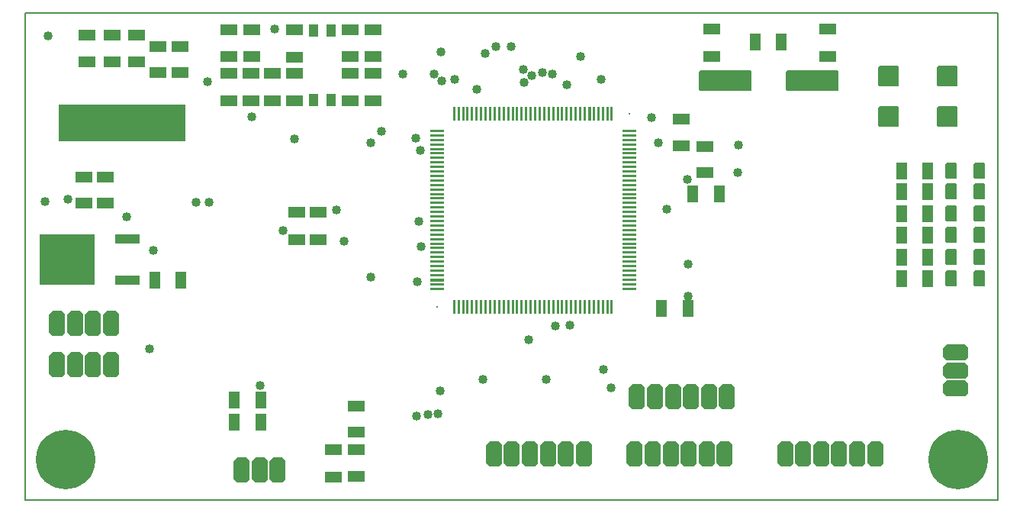
<source format=gbr>
G04 PROTEUS RS274X GERBER FILE*
%FSLAX45Y45*%
%MOMM*%
G01*
%ADD34C,1.016000*%
%AMPPAD029*
4,1,8,
-1.397000,-0.509800,
-1.397000,0.509800,
-1.017800,0.889000,
1.017800,0.889000,
1.397000,0.509800,
1.397000,-0.509800,
1.017800,-0.889000,
-1.017800,-0.889000,
-1.397000,-0.509800,
0*%
%ADD35PPAD029*%
%AMPPAD030*
4,1,8,
-0.509800,1.397000,
0.509800,1.397000,
0.889000,1.017800,
0.889000,-1.017800,
0.509800,-1.397000,
-0.509800,-1.397000,
-0.889000,-1.017800,
-0.889000,1.017800,
-0.509800,1.397000,
0*%
%ADD36PPAD030*%
%ADD37C,6.604000*%
%AMPPAD032*
4,1,36,
1.016000,0.889000,
1.016000,-0.889000,
1.013470,-0.914970,
1.006200,-0.938980,
0.994650,-0.960580,
0.979290,-0.979290,
0.960570,-0.994650,
0.938980,-1.006200,
0.914970,-1.013470,
0.889000,-1.016000,
-0.889000,-1.016000,
-0.914970,-1.013470,
-0.938980,-1.006200,
-0.960570,-0.994650,
-0.979290,-0.979290,
-0.994650,-0.960580,
-1.006200,-0.938980,
-1.013470,-0.914970,
-1.016000,-0.889000,
-1.016000,0.889000,
-1.013470,0.914970,
-1.006200,0.938980,
-0.994650,0.960580,
-0.979290,0.979290,
-0.960570,0.994650,
-0.938980,1.006200,
-0.914970,1.013470,
-0.889000,1.016000,
0.889000,1.016000,
0.914970,1.013470,
0.938980,1.006200,
0.960570,0.994650,
0.979290,0.979290,
0.994650,0.960580,
1.006200,0.938980,
1.013470,0.914970,
1.016000,0.889000,
0*%
%ADD38PPAD032*%
%AMPPAD033*
4,1,4,
0.520700,-0.698500,
-0.520700,-0.698500,
-0.520700,0.698500,
0.520700,0.698500,
0.520700,-0.698500,
0*%
%ADD39PPAD033*%
%AMPPAD034*
4,1,4,
1.371600,0.495300,
1.371600,-0.495300,
-1.371600,-0.495300,
-1.371600,0.495300,
1.371600,0.495300,
0*%
%ADD40PPAD034*%
%AMPPAD035*
4,1,4,
3.073400,2.781300,
3.073400,-2.781300,
-3.073400,-2.781300,
-3.073400,2.781300,
3.073400,2.781300,
0*%
%ADD41PPAD035*%
%AMPPAD036*
4,1,4,
0.901700,0.571500,
0.901700,-0.571500,
-0.901700,-0.571500,
-0.901700,0.571500,
0.901700,0.571500,
0*%
%ADD42PPAD036*%
%AMPPAD037*
4,1,4,
0.571500,-0.901700,
-0.571500,-0.901700,
-0.571500,0.901700,
0.571500,0.901700,
0.571500,-0.901700,
0*%
%ADD43PPAD037*%
%AMPPAD038*
4,1,36,
-2.921000,-1.016000,
-2.921000,1.016000,
-2.918470,1.041970,
-2.911200,1.065980,
-2.899650,1.087580,
-2.884290,1.106290,
-2.865570,1.121650,
-2.843980,1.133200,
-2.819970,1.140470,
-2.794000,1.143000,
2.794000,1.143000,
2.819970,1.140470,
2.843980,1.133200,
2.865570,1.121650,
2.884290,1.106290,
2.899650,1.087580,
2.911200,1.065980,
2.918470,1.041970,
2.921000,1.016000,
2.921000,-1.016000,
2.918470,-1.041970,
2.911200,-1.065980,
2.899650,-1.087580,
2.884290,-1.106290,
2.865570,-1.121650,
2.843980,-1.133200,
2.819970,-1.140470,
2.794000,-1.143000,
-2.794000,-1.143000,
-2.819970,-1.140470,
-2.843980,-1.133200,
-2.865570,-1.121650,
-2.884290,-1.106290,
-2.899650,-1.087580,
-2.911200,-1.065980,
-2.918470,-1.041970,
-2.921000,-1.016000,
0*%
%ADD44PPAD038*%
%AMPPAD039*
4,1,36,
-0.508000,0.889000,
0.508000,0.889000,
0.533970,0.886470,
0.557980,0.879200,
0.579580,0.867650,
0.598290,0.852290,
0.613650,0.833570,
0.625200,0.811980,
0.632470,0.787970,
0.635000,0.762000,
0.635000,-0.762000,
0.632470,-0.787970,
0.625200,-0.811980,
0.613650,-0.833570,
0.598290,-0.852290,
0.579580,-0.867650,
0.557980,-0.879200,
0.533970,-0.886470,
0.508000,-0.889000,
-0.508000,-0.889000,
-0.533970,-0.886470,
-0.557980,-0.879200,
-0.579580,-0.867650,
-0.598290,-0.852290,
-0.613650,-0.833570,
-0.625200,-0.811980,
-0.632470,-0.787970,
-0.635000,-0.762000,
-0.635000,0.762000,
-0.632470,0.787970,
-0.625200,0.811980,
-0.613650,0.833570,
-0.598290,0.852290,
-0.579580,0.867650,
-0.557980,0.879200,
-0.533970,0.886470,
-0.508000,0.889000,
0*%
%ADD45PPAD039*%
%AMPPAD040*
4,1,4,
0.762000,0.127000,
0.762000,-0.127000,
-0.762000,-0.127000,
-0.762000,0.127000,
0.762000,0.127000,
0*%
%ADD46PPAD040*%
%AMPPAD041*
4,1,4,
0.127000,-0.762000,
-0.127000,-0.762000,
-0.127000,0.762000,
0.127000,0.762000,
0.127000,-0.762000,
0*%
%ADD47PPAD041*%
%AMPPAD042*
4,1,4,
0.152400,-0.749300,
-0.152400,-0.749300,
-0.152400,0.749300,
0.152400,0.749300,
0.152400,-0.749300,
0*%
%ADD48PPAD042*%
%AMPPAD043*
4,1,4,
0.749300,0.152400,
0.749300,-0.152400,
-0.749300,-0.152400,
-0.749300,0.152400,
0.749300,0.152400,
0*%
%ADD49PPAD043*%
%ADD26C,0.228600*%
%AMPPAD044*
4,1,36,
-1.016000,1.143000,
1.016000,1.143000,
1.041970,1.140470,
1.065980,1.133200,
1.087580,1.121650,
1.106290,1.106290,
1.121650,1.087570,
1.133200,1.065980,
1.140470,1.041970,
1.143000,1.016000,
1.143000,-1.016000,
1.140470,-1.041970,
1.133200,-1.065980,
1.121650,-1.087570,
1.106290,-1.106290,
1.087580,-1.121650,
1.065980,-1.133200,
1.041970,-1.140470,
1.016000,-1.143000,
-1.016000,-1.143000,
-1.041970,-1.140470,
-1.065980,-1.133200,
-1.087580,-1.121650,
-1.106290,-1.106290,
-1.121650,-1.087570,
-1.133200,-1.065980,
-1.140470,-1.041970,
-1.143000,-1.016000,
-1.143000,1.016000,
-1.140470,1.041970,
-1.133200,1.065980,
-1.121650,1.087570,
-1.106290,1.106290,
-1.087580,1.121650,
-1.065980,1.133200,
-1.041970,1.140470,
-1.016000,1.143000,
0*%
%ADD50PPAD044*%
%ADD28C,0.203200*%
D34*
X+2870200Y-2324100D03*
X+296957Y-4742626D03*
X-825500Y-1270000D03*
X+3251200Y-2399210D03*
X+3499093Y-5455826D03*
X+3391926Y-5464385D03*
X+3262876Y-5482559D03*
X+4539700Y-1705693D03*
X+337490Y-3649603D03*
X-606300Y-3080988D03*
X+4699000Y-5080000D03*
X+4000500Y-5080000D03*
X+5950637Y-2455399D03*
X+3302000Y-2540000D03*
X+939800Y-1778000D03*
X+961073Y-3109100D03*
X+818252Y-3115600D03*
X+5422900Y-5168900D03*
X+5334000Y-4964608D03*
X+1905000Y-2413000D03*
X+1778000Y-3429000D03*
X+6040338Y-3189939D03*
X+45274Y-3276139D03*
X+4804966Y-4483100D03*
X+4962849Y-4480534D03*
X+3289222Y-3325000D03*
X+3931405Y-1858255D03*
X+4508500Y-4635500D03*
X+3313388Y-3600836D03*
X+2372206Y-3196056D03*
X+2455828Y-3546619D03*
X-857028Y-3101159D03*
X+6273800Y-4152900D03*
X+6273800Y-3797300D03*
X+6268211Y-2855011D03*
X+1524000Y-5143500D03*
X+3683000Y-1752600D03*
X+4458798Y-1785213D03*
X+1433045Y-2165672D03*
X+6829674Y-2784293D03*
X+6832600Y-2476500D03*
X+4931601Y-1806170D03*
X+5873205Y-2172155D03*
X+4772378Y-1692228D03*
X+4663171Y-1671369D03*
X+5080000Y-1498600D03*
X+4445000Y-1638300D03*
X+3543300Y-1765300D03*
X+2757181Y-3943344D03*
X+2754646Y-2455683D03*
X+5308600Y-1752600D03*
X+3458583Y-1693133D03*
X+3110292Y-1692508D03*
X+3530600Y-1447800D03*
X+4022571Y-1461404D03*
X+4313581Y-1388550D03*
X+4140200Y-1384300D03*
X+1683961Y-1195497D03*
X+3269501Y-3990016D03*
X+3525839Y-5200604D03*
D35*
X+9245600Y-5181500D03*
X+9245600Y-4981500D03*
X+9245600Y-4781500D03*
D36*
X+8356500Y-5905500D03*
X+8156500Y-5905500D03*
X+7956500Y-5905500D03*
X+7756500Y-5905500D03*
X+7556500Y-5905500D03*
X+7356500Y-5905500D03*
D37*
X+9271000Y-5969000D03*
X-635000Y-5969000D03*
D36*
X+4124500Y-5905500D03*
X+4324500Y-5905500D03*
X+4524500Y-5905500D03*
X+4724500Y-5905500D03*
X+4924500Y-5905500D03*
X+5124500Y-5905500D03*
X+5686500Y-5905500D03*
X+5886500Y-5905500D03*
X+6086500Y-5905500D03*
X+6286500Y-5905500D03*
X+6486500Y-5905500D03*
X+6686500Y-5905500D03*
X+5712000Y-5270500D03*
X+5912000Y-5270500D03*
X+6112000Y-5270500D03*
X+6312000Y-5270500D03*
X+6512000Y-5270500D03*
X+6712000Y-5270500D03*
X+1722985Y-6086392D03*
X+1522985Y-6086392D03*
X+1322985Y-6086392D03*
D38*
X+593700Y-2133600D03*
X+593700Y-2333600D03*
X+393700Y-2133600D03*
X+393700Y-2333600D03*
X+193700Y-2133600D03*
X+193700Y-2333600D03*
X-6300Y-2133600D03*
X-6300Y-2333600D03*
X-206300Y-2133600D03*
X-206300Y-2333600D03*
X-406300Y-2133600D03*
X-406300Y-2333600D03*
X-606300Y-2133600D03*
X-606300Y-2333600D03*
D39*
X+2310900Y-1211300D03*
X+2120900Y-1211300D03*
X+2311400Y-1978100D03*
X+2121400Y-1978100D03*
D40*
X+50800Y-3973900D03*
X+50800Y-3517900D03*
D41*
X-619200Y-3745900D03*
D42*
X+635000Y-1386400D03*
X+635000Y-1676400D03*
X+393700Y-1386400D03*
X+393700Y-1676400D03*
X-431800Y-2832100D03*
X-431800Y-3122100D03*
X-190500Y-2832100D03*
X-190500Y-3122100D03*
X-393700Y-1257300D03*
X-393700Y-1557300D03*
X-114300Y-1257300D03*
X-114300Y-1557300D03*
X+152400Y-1257300D03*
X+152400Y-1557300D03*
D43*
X+645600Y-3975100D03*
X+355600Y-3975100D03*
D42*
X+2527300Y-1498600D03*
X+2527300Y-1198600D03*
X+2781300Y-1498600D03*
X+2781300Y-1198600D03*
X+2781300Y-1686000D03*
X+2781300Y-1986000D03*
X+2527300Y-1686000D03*
X+2527300Y-1986000D03*
X+2171700Y-3525800D03*
X+2171700Y-3225800D03*
X+1905000Y-1503400D03*
X+1905000Y-1203400D03*
D43*
X+6324600Y-3022600D03*
X+6624600Y-3022600D03*
D42*
X+1930400Y-3525800D03*
X+1930400Y-3225800D03*
X+2590800Y-6154700D03*
X+2590800Y-5854700D03*
X+2336800Y-6159500D03*
X+2336800Y-5859500D03*
X+1181100Y-1498600D03*
X+1181100Y-1198600D03*
X+1435100Y-1498600D03*
X+1435100Y-1198600D03*
X+1663700Y-1686000D03*
X+1663700Y-1986000D03*
X+1905000Y-1686000D03*
X+1905000Y-1986000D03*
D43*
X+1236700Y-5549900D03*
X+1536700Y-5549900D03*
X+1236700Y-5308600D03*
X+1536700Y-5308600D03*
D42*
X+6540500Y-1193800D03*
X+6540500Y-1493800D03*
X+7823200Y-1193800D03*
X+7823200Y-1493800D03*
D44*
X+6692900Y-1765300D03*
X+7658100Y-1765300D03*
D43*
X+7313100Y-1333500D03*
X+7023100Y-1333500D03*
D45*
X+9194800Y-3962400D03*
X+9509760Y-3962400D03*
X+9194800Y-2768600D03*
X+9509760Y-2768600D03*
X+9194800Y-3721100D03*
X+9509760Y-3721100D03*
X+9194800Y-3479800D03*
X+9509760Y-3479800D03*
X+9194800Y-2997200D03*
X+9509760Y-2997200D03*
X+9194800Y-3238500D03*
X+9509760Y-3238500D03*
D43*
X+8938260Y-2997200D03*
X+8648260Y-2997200D03*
X+8938260Y-3238500D03*
X+8648260Y-3238500D03*
X+8938260Y-3962400D03*
X+8648260Y-3962400D03*
X+8936160Y-3721100D03*
X+8646160Y-3721100D03*
X+8938260Y-3479800D03*
X+8648260Y-3479800D03*
X+8936160Y-2768600D03*
X+8646160Y-2768600D03*
D46*
X+5628900Y-4075000D03*
X+5628900Y-4025000D03*
X+5628900Y-3975000D03*
X+5628900Y-3925000D03*
X+5628900Y-3875000D03*
X+5628900Y-3825000D03*
X+5628900Y-3775000D03*
X+5628900Y-3725000D03*
X+5628900Y-3675000D03*
X+5628900Y-3625000D03*
X+5628900Y-3575000D03*
X+5628900Y-3525000D03*
X+5628900Y-3475000D03*
X+5628900Y-3425000D03*
X+5628900Y-3375000D03*
X+5628900Y-3325000D03*
X+5628900Y-3275000D03*
X+5628900Y-3225000D03*
X+5628900Y-3175000D03*
X+5628900Y-3125000D03*
X+5628900Y-3075000D03*
X+5628900Y-3025000D03*
X+5628900Y-2975000D03*
X+5628900Y-2925000D03*
X+5628900Y-2875000D03*
X+5628900Y-2825000D03*
X+5628900Y-2775000D03*
X+5628900Y-2725000D03*
X+5628900Y-2675000D03*
X+5628900Y-2625000D03*
X+5628900Y-2575000D03*
X+5628900Y-2525000D03*
X+5628900Y-2475000D03*
X+5628900Y-2425000D03*
X+5628900Y-2375000D03*
X+5628900Y-2325000D03*
D47*
X+5433900Y-2130000D03*
X+5383900Y-2130000D03*
X+5333900Y-2130000D03*
X+5283900Y-2130000D03*
X+5233900Y-2130000D03*
D48*
X+5183900Y-2130000D03*
D47*
X+5133900Y-2130000D03*
X+5083900Y-2130000D03*
X+5033900Y-2130000D03*
X+4983900Y-2130000D03*
X+4933900Y-2130000D03*
X+4883900Y-2130000D03*
X+4833900Y-2130000D03*
X+4783900Y-2130000D03*
X+4733900Y-2130000D03*
X+4683900Y-2130000D03*
X+4633900Y-2130000D03*
X+4583900Y-2130000D03*
X+4533900Y-2130000D03*
X+4483900Y-2130000D03*
X+4433900Y-2130000D03*
X+4383900Y-2130000D03*
X+4333900Y-2130000D03*
X+4283900Y-2130000D03*
X+4233900Y-2130000D03*
X+4183900Y-2130000D03*
X+4133900Y-2130000D03*
X+4083900Y-2130000D03*
X+4033900Y-2130000D03*
X+3983900Y-2130000D03*
X+3933900Y-2130000D03*
X+3883900Y-2130000D03*
X+3833900Y-2130000D03*
X+3783900Y-2130000D03*
X+3733900Y-2130000D03*
X+3683900Y-2130000D03*
D46*
X+3488900Y-2325000D03*
X+3488900Y-2375000D03*
X+3488900Y-2425000D03*
X+3488900Y-2475000D03*
X+3488900Y-2525000D03*
X+3488900Y-2575000D03*
X+3488900Y-2625000D03*
X+3488900Y-2675000D03*
X+3488900Y-2725000D03*
X+3488900Y-2775000D03*
X+3488900Y-2825000D03*
X+3488900Y-2875000D03*
X+3488900Y-2925000D03*
X+3488900Y-2975000D03*
X+3488900Y-3025000D03*
X+3488900Y-3075000D03*
X+3488900Y-3125000D03*
X+3488900Y-3175000D03*
X+3488900Y-3225000D03*
X+3488900Y-3275000D03*
X+3488900Y-3325000D03*
X+3488900Y-3375000D03*
X+3488900Y-3425000D03*
X+3488900Y-3475000D03*
X+3488900Y-3525000D03*
X+3488900Y-3575000D03*
X+3488900Y-3625000D03*
X+3488900Y-3675000D03*
X+3488900Y-3725000D03*
X+3488900Y-3775000D03*
X+3488900Y-3825000D03*
X+3488900Y-3875000D03*
X+3488900Y-3925000D03*
D49*
X+3488900Y-3975000D03*
D46*
X+3488900Y-4025000D03*
X+3488900Y-4075000D03*
D47*
X+3683900Y-4270000D03*
X+3733900Y-4270000D03*
X+3783900Y-4270000D03*
X+3833900Y-4270000D03*
X+3883900Y-4270000D03*
X+3933900Y-4270000D03*
X+3983900Y-4270000D03*
X+4033900Y-4270000D03*
X+4083900Y-4270000D03*
X+4133900Y-4270000D03*
X+4183900Y-4270000D03*
X+4233900Y-4270000D03*
X+4283900Y-4270000D03*
X+4333900Y-4270000D03*
X+4383900Y-4270000D03*
X+4433900Y-4270000D03*
X+4483900Y-4270000D03*
X+4533900Y-4270000D03*
X+4583900Y-4270000D03*
X+4633900Y-4270000D03*
X+4683900Y-4270000D03*
X+4733900Y-4270000D03*
X+4783900Y-4270000D03*
X+4833900Y-4270000D03*
X+4883900Y-4270000D03*
X+4933900Y-4270000D03*
X+4983900Y-4270000D03*
X+5033900Y-4270000D03*
X+5083900Y-4270000D03*
X+5133900Y-4270000D03*
X+5183900Y-4270000D03*
X+5233900Y-4270000D03*
X+5283900Y-4270000D03*
X+5333900Y-4270000D03*
X+5383900Y-4270000D03*
X+5433900Y-4270000D03*
D26*
X+5628900Y-2130000D03*
X+3488900Y-4270000D03*
D42*
X+1422400Y-1686000D03*
X+1422400Y-1986000D03*
X+1181100Y-1686000D03*
X+1181100Y-1986000D03*
D43*
X+6273800Y-4292600D03*
X+5983800Y-4292600D03*
D42*
X+2590800Y-5664200D03*
X+2590800Y-5374200D03*
D36*
X-723900Y-4457700D03*
X-523900Y-4457700D03*
X-323900Y-4457700D03*
X-123900Y-4457700D03*
X-723900Y-4914900D03*
X-523900Y-4914900D03*
X-323900Y-4914900D03*
X-123900Y-4914900D03*
D42*
X+6197600Y-2189200D03*
X+6197600Y-2489200D03*
X+6464300Y-2491300D03*
X+6464300Y-2781300D03*
D50*
X+8501500Y-1718100D03*
X+9151500Y-1718100D03*
X+8501500Y-2168100D03*
X+9151500Y-2168100D03*
D28*
X-1079500Y-6413500D02*
X+9715500Y-6413500D01*
X+9715500Y-1016000D01*
X-1079500Y-1016000D01*
X-1079500Y-6413500D01*
M02*

</source>
